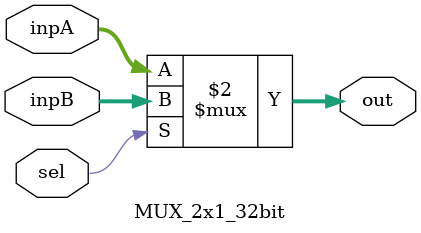
<source format=v>
`timescale 1ns / 1ps

module MUX_2x1_32bit(inpA, inpB, sel, out);
	input [31:0] inpA;
	input [31:0] inpB;
	input sel;
	output [31:0] out;
	//always@(posedge clk)
	assign out = sel == 1? inpB: inpA;

endmodule

</source>
